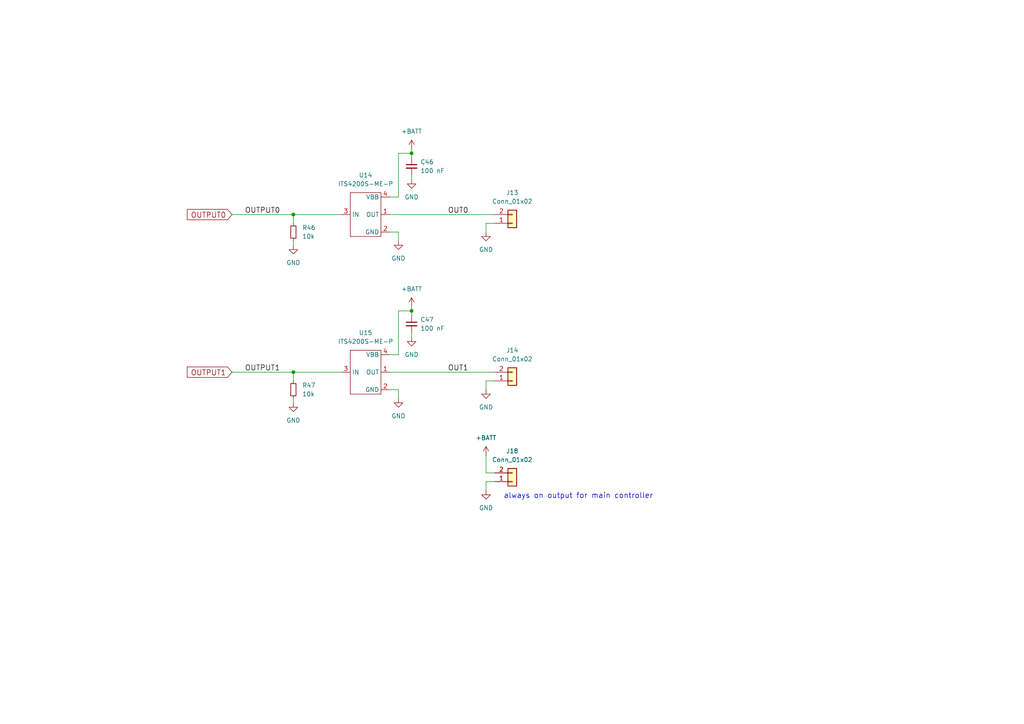
<source format=kicad_sch>
(kicad_sch (version 20211123) (generator eeschema)
  (paper "A4")
  (title_block (title "CyphalRobotController07/CAN") (date "2024-01-04") (rev "0.2") (company "generationmake"))
  (lib_symbols
    (symbol "Connector_Generic:Conn_01x02" (pin_names (offset 1.016) hide)
      (property "Reference" "J" (at 0 2.54 0))
      (property "Value" "Conn_01x02" (at 0 -5.08 0))
      (symbol "Conn_01x02_1_1"
        (rectangle (start -1.27 -2.413) (end 0 -2.667) (stroke (width 0.1524)))
        (rectangle (start -1.27 0.127) (end 0 -0.127) (stroke (width 0.1524)))
        (rectangle (start -1.27 1.27) (end 1.27 -3.81) (stroke (width 0.254)) (fill (type background)))
        (pin passive line (at -5.08 0 0) (length 3.81) (name "Pin_1") (number "1"))
        (pin passive line (at -5.08 -2.54 0) (length 3.81) (name "Pin_2") (number "2"))
      )
    )
    (symbol "Device:C_Small" (pin_numbers hide) (pin_names (offset 0.254) hide)
      (property "Reference" "C" (at 0.254 1.778 0))
      (property "Value" "C_Small" (at 0.254 -2.032 0))
      (symbol "C_Small_0_1"
        (polyline (pts (xy -1.524 -0.508) (xy 1.524 -0.508)) (stroke (width 0.3302)))
        (polyline (pts (xy -1.524 0.508) (xy 1.524 0.508)) (stroke (width 0.3048)))
      )
      (symbol "C_Small_1_1"
        (pin passive line (at 0 2.54 270) (length 2.032) (name "~") (number "1"))
        (pin passive line (at 0 -2.54 90) (length 2.032) (name "~") (number "2"))
      )
    )
    (symbol "Device:R_Small" (pin_numbers hide) (pin_names (offset 0.254) hide)
      (property "Reference" "R" (at 0.762 0.508 0))
      (property "Value" "R_Small" (at 0.762 -1.016 0))
      (symbol "R_Small_0_1"
        (rectangle (start -0.762 1.778) (end 0.762 -1.778) (stroke (width 0.2032)))
      )
      (symbol "R_Small_1_1"
        (pin passive line (at 0 2.54 270) (length 0.762) (name "~") (number "1"))
        (pin passive line (at 0 -2.54 90) (length 0.762) (name "~") (number "2"))
      )
    )
    (symbol "generationmake:ITS4200S-ME-P"
      (property "Reference" "U" (at 0 7.62 0))
      (property "Value" "ITS4200S-ME-P" (at 0 -7.62 0))
      (symbol "ITS4200S-ME-P_0_1"
        (rectangle (start -3.81 -6.35) (end -3.81 6.35))
        (rectangle (start 5.08 -6.35) (end -3.81 -6.35))
        (rectangle (start 5.08 6.35) (end -3.81 6.35))
        (rectangle (start 5.08 6.35) (end 5.08 -6.35))
      )
      (symbol "ITS4200S-ME-P_1_1"
        (pin input line (at 7.62 0 180) (length 2.54) (name "OUT") (number "1"))
        (pin input line (at 7.62 -5.08 180) (length 2.54) (name "GND") (number "2"))
        (pin input line (at -6.35 0 0) (length 2.54) (name "IN") (number "3"))
        (pin input line (at 7.62 5.08 180) (length 2.54) (name "VBB") (number "4"))
      )
    )
    (symbol "power:+BATT" (power) (pin_names (offset 0))
      (property "Value" "+BATT" (at 0 3.556 0))
      (symbol "+BATT_0_1"
        (polyline (pts (xy -0.762 1.27) (xy 0 2.54)))
        (polyline (pts (xy 0 0) (xy 0 2.54)))
        (polyline (pts (xy 0 2.54) (xy 0.762 1.27)))
      )
      (symbol "+BATT_1_1"
        (pin power_in line (at 0 0 90) (length 0) hide (name "+BATT") (number "1"))
      )
    )
    (symbol "power:GND" (power) (pin_names (offset 0))
      (property "Value" "GND" (at 0 -3.81 0))
      (symbol "GND_0_1"
        (polyline (pts (xy 0 0) (xy 0 -1.27) (xy 1.27 -1.27) (xy 0 -2.54) (xy -1.27 -1.27) (xy 0 -1.27)))
      )
      (symbol "GND_1_1"
        (pin power_in line (at 0 0 270) (length 0) hide (name "GND") (number "1"))
      )
    )
  )
  (junction (at 85.09 62.23))
  (junction (at 119.38 90.17))
  (junction (at 85.09 107.95))
  (junction (at 119.38 44.45))
  (wire (pts (xy 140.97 64.77) (xy 140.97 67.31)))
  (wire (pts (xy 115.57 113.03) (xy 115.57 115.57)))
  (wire (pts (xy 119.38 90.17) (xy 119.38 91.44)))
  (wire (pts (xy 140.97 137.16) (xy 143.51 137.16)))
  (wire (pts (xy 85.09 107.95) (xy 85.09 110.49)))
  (wire (pts (xy 113.03 62.23) (xy 143.51 62.23)))
  (wire (pts (xy 140.97 110.49) (xy 140.97 113.03)))
  (wire (pts (xy 113.03 113.03) (xy 115.57 113.03)))
  (wire (pts (xy 143.51 110.49) (xy 140.97 110.49)))
  (wire (pts (xy 140.97 132.08) (xy 140.97 137.16)))
  (wire (pts (xy 67.31 62.23) (xy 85.09 62.23)))
  (wire (pts (xy 113.03 107.95) (xy 143.51 107.95)))
  (wire (pts (xy 85.09 69.85) (xy 85.09 71.12)))
  (wire (pts (xy 119.38 43.18) (xy 119.38 44.45)))
  (wire (pts (xy 85.09 62.23) (xy 85.09 64.77)))
  (wire (pts (xy 115.57 102.87) (xy 115.57 90.17)))
  (wire (pts (xy 115.57 67.31) (xy 115.57 69.85)))
  (wire (pts (xy 143.51 139.7) (xy 140.97 139.7)))
  (wire (pts (xy 115.57 57.15) (xy 115.57 44.45)))
  (wire (pts (xy 85.09 62.23) (xy 99.06 62.23)))
  (wire (pts (xy 85.09 115.57) (xy 85.09 116.84)))
  (wire (pts (xy 67.31 107.95) (xy 85.09 107.95)))
  (wire (pts (xy 143.51 64.77) (xy 140.97 64.77)))
  (wire (pts (xy 119.38 50.8) (xy 119.38 52.07)))
  (wire (pts (xy 115.57 90.17) (xy 119.38 90.17)))
  (wire (pts (xy 140.97 139.7) (xy 140.97 142.24)))
  (wire (pts (xy 119.38 88.9) (xy 119.38 90.17)))
  (wire (pts (xy 115.57 44.45) (xy 119.38 44.45)))
  (wire (pts (xy 119.38 44.45) (xy 119.38 45.72)))
  (wire (pts (xy 119.38 96.52) (xy 119.38 97.79)))
  (wire (pts (xy 113.03 67.31) (xy 115.57 67.31)))
  (wire (pts (xy 113.03 57.15) (xy 115.57 57.15)))
  (wire (pts (xy 85.09 107.95) (xy 99.06 107.95)))
  (wire (pts (xy 113.03 102.87) (xy 115.57 102.87)))
  (text "always on output for main controller" (at 146.05 144.78 0) (effects (font (size 1.524 1.524)) (justify left bottom)))
  (label "OUT1" (at 135.89 107.95 180) (effects (font (size 1.524 1.524))))
  (label "OUT0" (at 135.89 62.23 180) (effects (font (size 1.524 1.524))))
  (label "OUTPUT0" (at 81.28 62.23 180) (effects (font (size 1.524 1.524))))
  (label "OUTPUT1" (at 81.28 107.95 180) (effects (font (size 1.524 1.524))))
  (global_label "OUTPUT1" (shape input) (at 67.31 107.95 180) (effects (font (size 1.524 1.524))) (property "Referenzen zwischen Schaltplänen" "${INTERSHEET_REFS}" (effects hide)))
  (global_label "OUTPUT0" (shape input) (at 67.31 62.23 180) (effects (font (size 1.524 1.524))) (property "Referenzen zwischen Schaltplänen" "${INTERSHEET_REFS}" (effects hide)))
  (symbol (lib_id "power:+BATT") (at 140.97 132.08 0) (unit 1)
    (property "Reference" "#PWR0160" (effects hide))
    (property "Value" "+BATT" (at 140.97 127 0))
  )
  (symbol (lib_id "power:GND") (at 85.09 71.12 0) (unit 1)
    (property "Reference" "#PWR0124" (effects hide))
    (property "Value" "GND" (at 85.09 76.2 0))
  )
  (symbol (lib_id "power:GND") (at 140.97 113.03 0) (unit 1)
    (property "Reference" "#PWR0133" (effects hide))
    (property "Value" "GND" (at 140.97 118.11 0))
  )
  (symbol (lib_id "power:GND") (at 119.38 97.79 0) (unit 1)
    (property "Reference" "#PWR0131" (effects hide))
    (property "Value" "GND" (at 119.38 102.87 0))
  )
  (symbol (lib_id "power:GND") (at 119.38 52.07 0) (unit 1)
    (property "Reference" "#PWR0129" (effects hide))
    (property "Value" "GND" (at 119.38 57.15 0))
  )
  (symbol (lib_id "power:GND") (at 140.97 67.31 0) (unit 1)
    (property "Reference" "#PWR0132" (effects hide))
    (property "Value" "GND" (at 140.97 72.39 0))
  )
  (symbol (lib_id "power:+BATT") (at 119.38 43.18 0) (unit 1)
    (property "Reference" "#PWR0128" (effects hide))
    (property "Value" "+BATT" (at 119.38 38.1 0))
  )
  (symbol (lib_id "power:GND") (at 140.97 142.24 0) (unit 1)
    (property "Reference" "#PWR0161" (effects hide))
    (property "Value" "GND" (at 140.97 147.32 0))
  )
  (symbol (lib_id "Connector_Generic:Conn_01x02") (at 148.59 139.7 0) (mirror x) (unit 1)
    (property "Reference" "J18" (at 148.59 130.81 0))
    (property "Value" "Conn_01x02" (at 148.59 133.35 0))
    (property "Footprint" "Connector_Phoenix_MC:PhoenixContact_MC_1,5_2-G-3.81_1x02_P3.81mm_Horizontal" (effects hide))
  )
  (symbol (lib_id "Device:R_Small") (at 85.09 67.31 0) (unit 1)
    (property "Reference" "R46" (at 87.63 66.0399 0) (effects (justify left)))
    (property "Value" "10k" (at 87.63 68.5799 0) (effects (justify left)))
    (property "Footprint" "Resistor_SMD:R_0603_1608Metric" (effects hide))
  )
  (symbol (lib_id "generationmake:ITS4200S-ME-P") (at 105.41 107.95 0) (unit 1)
    (property "Reference" "U15" (at 106.045 96.52 0))
    (property "Value" "ITS4200S-ME-P" (at 106.045 99.06 0))
    (property "Footprint" "Package_TO_SOT_SMD:SOT-223" (effects hide))
  )
  (symbol (lib_id "generationmake:ITS4200S-ME-P") (at 105.41 62.23 0) (unit 1)
    (property "Reference" "U14" (at 106.045 50.8 0))
    (property "Value" "ITS4200S-ME-P" (at 106.045 53.34 0))
    (property "Footprint" "Package_TO_SOT_SMD:SOT-223" (effects hide))
  )
  (symbol (lib_id "Device:R_Small") (at 85.09 113.03 0) (unit 1)
    (property "Reference" "R47" (at 87.63 111.7599 0) (effects (justify left)))
    (property "Value" "10k" (at 87.63 114.2999 0) (effects (justify left)))
    (property "Footprint" "Resistor_SMD:R_0603_1608Metric" (effects hide))
  )
  (symbol (lib_id "power:GND") (at 85.09 116.84 0) (unit 1)
    (property "Reference" "#PWR0125" (effects hide))
    (property "Value" "GND" (at 85.09 121.92 0))
  )
  (symbol (lib_id "power:GND") (at 115.57 69.85 0) (unit 1)
    (property "Reference" "#PWR0126" (effects hide))
    (property "Value" "GND" (at 115.57 74.93 0))
  )
  (symbol (lib_id "power:GND") (at 115.57 115.57 0) (unit 1)
    (property "Reference" "#PWR0127" (effects hide))
    (property "Value" "GND" (at 115.57 120.65 0))
  )
  (symbol (lib_id "Device:C_Small") (at 119.38 48.26 0) (unit 1)
    (property "Reference" "C46" (at 121.92 46.9962 0) (effects (justify left)))
    (property "Value" "100 nF" (at 121.92 49.5362 0) (effects (justify left)))
    (property "Footprint" "Capacitor_SMD:C_0603_1608Metric" (effects hide))
  )
  (symbol (lib_id "Connector_Generic:Conn_01x02") (at 148.59 110.49 0) (mirror x) (unit 1)
    (property "Reference" "J14" (at 148.59 101.6 0))
    (property "Value" "Conn_01x02" (at 148.59 104.14 0))
    (property "Footprint" "Connector_Phoenix_MC:PhoenixContact_MC_1,5_2-G-3.81_1x02_P3.81mm_Horizontal" (effects hide))
  )
  (symbol (lib_id "power:+BATT") (at 119.38 88.9 0) (unit 1)
    (property "Reference" "#PWR0130" (effects hide))
    (property "Value" "+BATT" (at 119.38 83.82 0))
  )
  (symbol (lib_id "Connector_Generic:Conn_01x02") (at 148.59 64.77 0) (mirror x) (unit 1)
    (property "Reference" "J13" (at 148.59 55.88 0))
    (property "Value" "Conn_01x02" (at 148.59 58.42 0))
    (property "Footprint" "Connector_Phoenix_MC:PhoenixContact_MC_1,5_2-G-3.81_1x02_P3.81mm_Horizontal" (effects hide))
  )
  (symbol (lib_id "Device:C_Small") (at 119.38 93.98 0) (unit 1)
    (property "Reference" "C47" (at 121.92 92.7162 0) (effects (justify left)))
    (property "Value" "100 nF" (at 121.92 95.2562 0) (effects (justify left)))
    (property "Footprint" "Capacitor_SMD:C_0603_1608Metric" (effects hide))
  )
)
</source>
